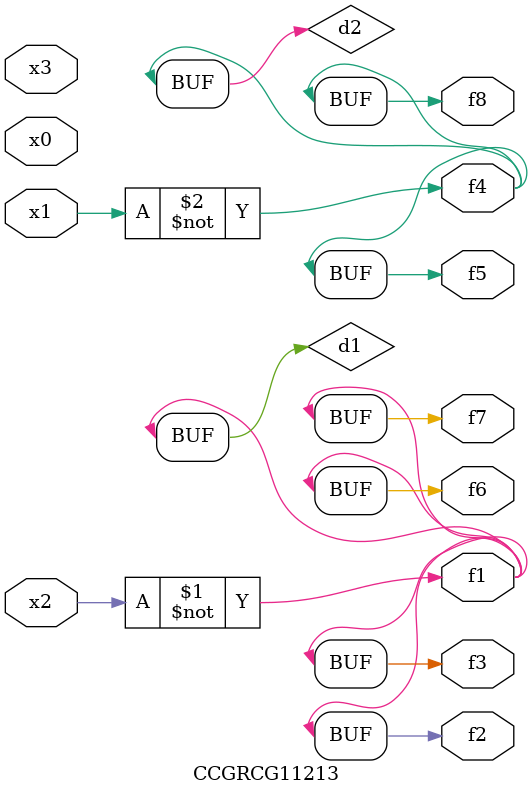
<source format=v>
module CCGRCG11213(
	input x0, x1, x2, x3,
	output f1, f2, f3, f4, f5, f6, f7, f8
);

	wire d1, d2;

	xnor (d1, x2);
	not (d2, x1);
	assign f1 = d1;
	assign f2 = d1;
	assign f3 = d1;
	assign f4 = d2;
	assign f5 = d2;
	assign f6 = d1;
	assign f7 = d1;
	assign f8 = d2;
endmodule

</source>
